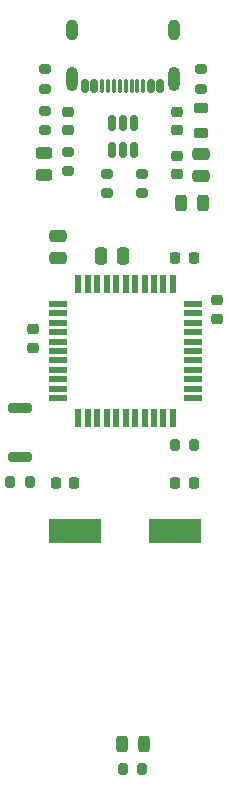
<source format=gbr>
%TF.GenerationSoftware,KiCad,Pcbnew,8.0.0*%
%TF.CreationDate,2024-04-28T13:48:32+02:00*%
%TF.ProjectId,phnx,70686e78-2e6b-4696-9361-645f70636258,A*%
%TF.SameCoordinates,Original*%
%TF.FileFunction,Paste,Top*%
%TF.FilePolarity,Positive*%
%FSLAX46Y46*%
G04 Gerber Fmt 4.6, Leading zero omitted, Abs format (unit mm)*
G04 Created by KiCad (PCBNEW 8.0.0) date 2024-04-28 13:48:32*
%MOMM*%
%LPD*%
G01*
G04 APERTURE LIST*
G04 Aperture macros list*
%AMRoundRect*
0 Rectangle with rounded corners*
0 $1 Rounding radius*
0 $2 $3 $4 $5 $6 $7 $8 $9 X,Y pos of 4 corners*
0 Add a 4 corners polygon primitive as box body*
4,1,4,$2,$3,$4,$5,$6,$7,$8,$9,$2,$3,0*
0 Add four circle primitives for the rounded corners*
1,1,$1+$1,$2,$3*
1,1,$1+$1,$4,$5*
1,1,$1+$1,$6,$7*
1,1,$1+$1,$8,$9*
0 Add four rect primitives between the rounded corners*
20,1,$1+$1,$2,$3,$4,$5,0*
20,1,$1+$1,$4,$5,$6,$7,0*
20,1,$1+$1,$6,$7,$8,$9,0*
20,1,$1+$1,$8,$9,$2,$3,0*%
G04 Aperture macros list end*
%ADD10RoundRect,0.218750X-0.381250X0.218750X-0.381250X-0.218750X0.381250X-0.218750X0.381250X0.218750X0*%
%ADD11RoundRect,0.225000X-0.250000X0.225000X-0.250000X-0.225000X0.250000X-0.225000X0.250000X0.225000X0*%
%ADD12RoundRect,0.200000X-0.200000X-0.275000X0.200000X-0.275000X0.200000X0.275000X-0.200000X0.275000X0*%
%ADD13RoundRect,0.225000X-0.225000X-0.250000X0.225000X-0.250000X0.225000X0.250000X-0.225000X0.250000X0*%
%ADD14RoundRect,0.250000X0.250000X0.475000X-0.250000X0.475000X-0.250000X-0.475000X0.250000X-0.475000X0*%
%ADD15RoundRect,0.200000X-0.275000X0.200000X-0.275000X-0.200000X0.275000X-0.200000X0.275000X0.200000X0*%
%ADD16RoundRect,0.225000X0.225000X0.250000X-0.225000X0.250000X-0.225000X-0.250000X0.225000X-0.250000X0*%
%ADD17RoundRect,0.250000X-0.475000X0.250000X-0.475000X-0.250000X0.475000X-0.250000X0.475000X0.250000X0*%
%ADD18RoundRect,0.150000X0.150000X-0.512500X0.150000X0.512500X-0.150000X0.512500X-0.150000X-0.512500X0*%
%ADD19RoundRect,0.243750X-0.243750X-0.456250X0.243750X-0.456250X0.243750X0.456250X-0.243750X0.456250X0*%
%ADD20RoundRect,0.243750X-0.456250X0.243750X-0.456250X-0.243750X0.456250X-0.243750X0.456250X0.243750X0*%
%ADD21RoundRect,0.243750X0.243750X0.456250X-0.243750X0.456250X-0.243750X-0.456250X0.243750X-0.456250X0*%
%ADD22RoundRect,0.200000X-0.800000X0.200000X-0.800000X-0.200000X0.800000X-0.200000X0.800000X0.200000X0*%
%ADD23R,4.500000X2.000000*%
%ADD24R,0.550000X1.500000*%
%ADD25R,1.500000X0.550000*%
%ADD26RoundRect,0.150000X0.150000X0.425000X-0.150000X0.425000X-0.150000X-0.425000X0.150000X-0.425000X0*%
%ADD27RoundRect,0.075000X0.075000X0.500000X-0.075000X0.500000X-0.075000X-0.500000X0.075000X-0.500000X0*%
%ADD28O,1.000000X2.100000*%
%ADD29O,1.000000X1.800000*%
G04 APERTURE END LIST*
D10*
%TO.C,FB1*%
X215687500Y-107187500D03*
X215687500Y-109312500D03*
%TD*%
D11*
%TO.C,C6*%
X201496100Y-125931644D03*
X201496100Y-127481644D03*
%TD*%
D12*
%TO.C,R9*%
X209051413Y-163103661D03*
X210701413Y-163103661D03*
%TD*%
D13*
%TO.C,C10*%
X203396100Y-138906644D03*
X204946100Y-138906644D03*
%TD*%
D14*
%TO.C,C9*%
X209096099Y-119706644D03*
X207196099Y-119706644D03*
%TD*%
D15*
%TO.C,R1*%
X202491026Y-107426525D03*
X202491026Y-109076525D03*
%TD*%
D16*
%TO.C,C11*%
X215046100Y-138906644D03*
X213496100Y-138906644D03*
%TD*%
D15*
%TO.C,R3*%
X207700000Y-112731644D03*
X207700000Y-114381644D03*
%TD*%
D17*
%TO.C,C8*%
X203596100Y-118006644D03*
X203596100Y-119906644D03*
%TD*%
D18*
%TO.C,U2*%
X208146100Y-110706644D03*
X209096100Y-110706644D03*
X210046100Y-110706644D03*
X210046100Y-108431644D03*
X209096100Y-108431644D03*
X208146100Y-108431644D03*
%TD*%
D15*
%TO.C,R2*%
X215646100Y-103881644D03*
X215646100Y-105531644D03*
%TD*%
D13*
%TO.C,C7*%
X213496100Y-119906644D03*
X215046100Y-119906644D03*
%TD*%
D19*
%TO.C,D110*%
X208962500Y-161000000D03*
X210837500Y-161000000D03*
%TD*%
D15*
%TO.C,R5*%
X202471100Y-103881644D03*
X202471100Y-105531644D03*
%TD*%
D17*
%TO.C,C3*%
X215646100Y-111062645D03*
X215646100Y-112962645D03*
%TD*%
D20*
%TO.C,D109*%
X202396100Y-111019144D03*
X202396100Y-112894144D03*
%TD*%
D15*
%TO.C,R4*%
X210700000Y-112731644D03*
X210700000Y-114381644D03*
%TD*%
D11*
%TO.C,C5*%
X217056597Y-123463788D03*
X217056597Y-125013788D03*
%TD*%
D21*
%TO.C,F1*%
X215833600Y-115200145D03*
X213958600Y-115200145D03*
%TD*%
D11*
%TO.C,C4*%
X204396100Y-107478678D03*
X204396100Y-109028678D03*
%TD*%
%TO.C,C1*%
X213646100Y-107487645D03*
X213646100Y-109037645D03*
%TD*%
D22*
%TO.C,SW55*%
X200346100Y-132556644D03*
X200346100Y-136756644D03*
%TD*%
D15*
%TO.C,R8*%
X204396100Y-110881644D03*
X204396100Y-112531644D03*
%TD*%
D23*
%TO.C,Y1*%
X204996100Y-142956644D03*
X213496100Y-142956644D03*
%TD*%
D12*
%TO.C,R7*%
X199521100Y-138881644D03*
X201171100Y-138881644D03*
%TD*%
D24*
%TO.C,U1*%
X213296100Y-122056644D03*
X212496100Y-122056644D03*
X211696100Y-122056644D03*
X210896100Y-122056644D03*
X210096100Y-122056644D03*
X209296100Y-122056644D03*
X208496100Y-122056644D03*
X207696100Y-122056644D03*
X206896100Y-122056644D03*
X206096100Y-122056644D03*
X205296100Y-122056644D03*
D25*
X203596100Y-123756644D03*
X203596100Y-124556644D03*
X203596100Y-125356644D03*
X203596100Y-126156644D03*
X203596100Y-126956644D03*
X203596100Y-127756644D03*
X203596100Y-128556644D03*
X203596100Y-129356644D03*
X203596100Y-130156644D03*
X203596100Y-130956644D03*
X203596100Y-131756644D03*
D24*
X205296100Y-133456644D03*
X206096100Y-133456644D03*
X206896100Y-133456644D03*
X207696100Y-133456644D03*
X208496100Y-133456644D03*
X209296100Y-133456644D03*
X210096100Y-133456644D03*
X210896100Y-133456644D03*
X211696100Y-133456644D03*
X212496100Y-133456644D03*
X213296100Y-133456644D03*
D25*
X214996100Y-131756644D03*
X214996100Y-130956644D03*
X214996100Y-130156644D03*
X214996100Y-129356644D03*
X214996100Y-128556644D03*
X214996100Y-127756644D03*
X214996100Y-126956644D03*
X214996100Y-126156644D03*
X214996100Y-125356644D03*
X214996100Y-124556644D03*
X214996100Y-123756644D03*
%TD*%
D11*
%TO.C,C2*%
X213646100Y-111237645D03*
X213646100Y-112787645D03*
%TD*%
D12*
%TO.C,R6*%
X213471100Y-135706644D03*
X215121100Y-135706644D03*
%TD*%
D26*
%TO.C,J1*%
X212246100Y-105306644D03*
X211446100Y-105306644D03*
D27*
X210296100Y-105306644D03*
X209296100Y-105306644D03*
X208796100Y-105306644D03*
X207796100Y-105306644D03*
D26*
X206646100Y-105306644D03*
X205846100Y-105306644D03*
X205846100Y-105306644D03*
X206646100Y-105306644D03*
D27*
X207296100Y-105306644D03*
X208296100Y-105306644D03*
X209796100Y-105306644D03*
X210796100Y-105306644D03*
D26*
X211446100Y-105306644D03*
X212246100Y-105306644D03*
D28*
X213366100Y-104731644D03*
D29*
X213366100Y-100551644D03*
D28*
X204726100Y-104731644D03*
D29*
X204726100Y-100551644D03*
%TD*%
M02*

</source>
